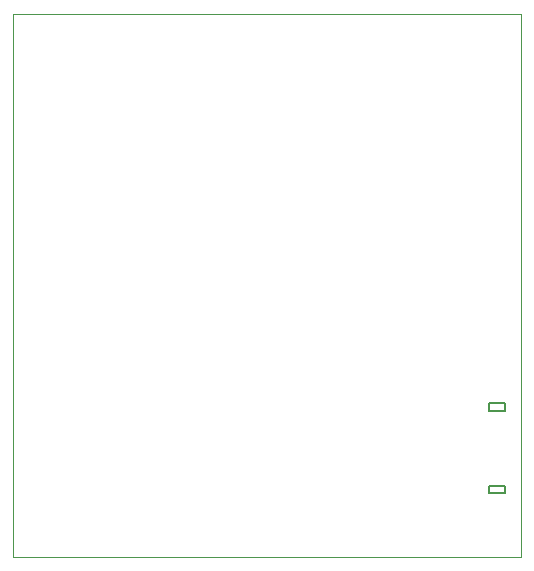
<source format=gbr>
G04 PROTEUS RS274X GERBER FILE*
%FSLAX24Y24*%
%MOIN*%
%ADD75C,0.0050*%
%ADD33C,0.0020*%
G54D75*
X+7388Y-6689D02*
X+7938Y-6689D01*
X+7938Y-6925D01*
X+7388Y-6925D01*
X+7388Y-6689D01*
X+7388Y-3933D02*
X+7938Y-3933D01*
X+7938Y-4169D01*
X+7388Y-4169D01*
X+7388Y-3933D01*
G54D33*
X-8464Y-9055D02*
X+8464Y-9055D01*
X+8464Y+9055D01*
X-8464Y+9055D01*
X-8464Y-9055D01*
M00*

</source>
